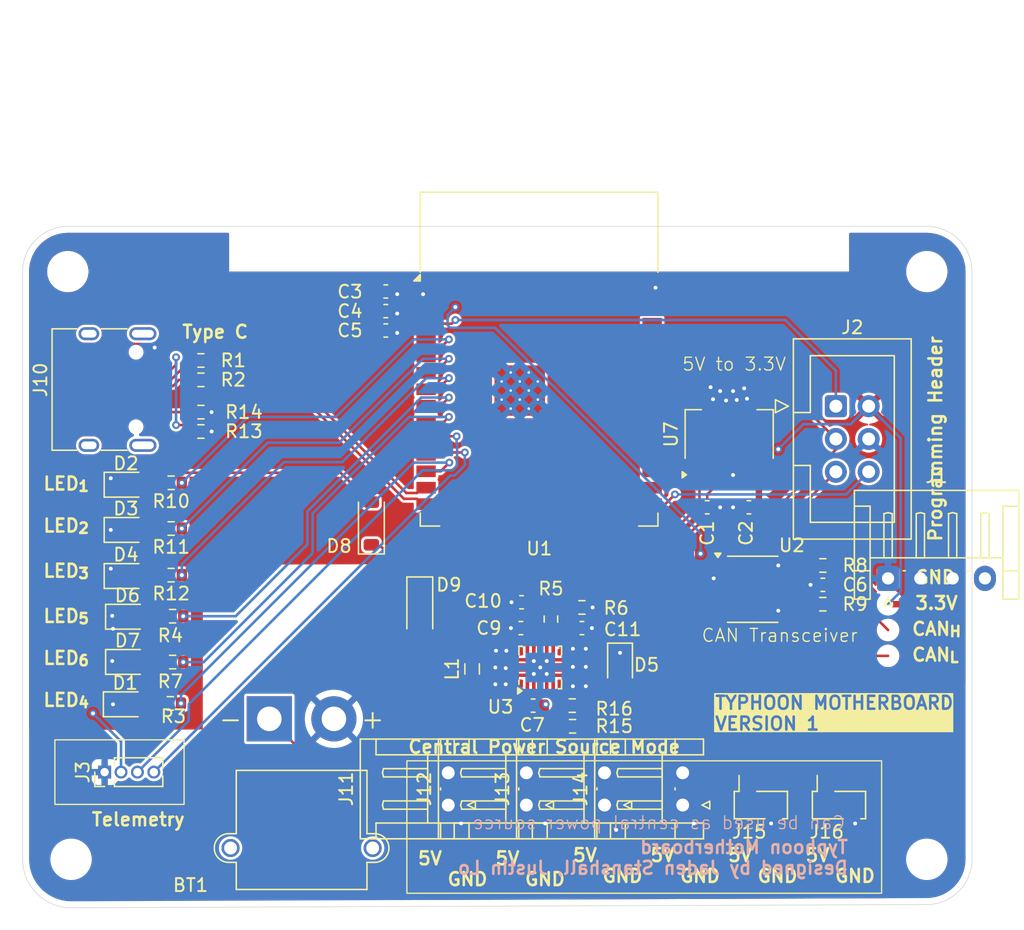
<source format=kicad_pcb>
(kicad_pcb (version 20240108) (generator "pcbnew") (generator_version "8.0")
  (layers (0 "F.Cu" signal) (31 "B.Cu" signal) (34 "B.Paste" user) (35 "F.Paste" user) (36 "B.SilkS" user "B.Silkscreen") (37 "F.SilkS" user "F.Silkscreen") (38 "B.Mask" user) (39 "F.Mask" user) (44 "Edge.Cuts" user))
  (net 0 "")
  (net 1 "GND")
  (net 2 "+5V")
  (net 3 "+3.3V")
  (net 5 "+BATT")
  (net 7 "Net-(C6-Pad1)")
  (net 12 "/IO0")
  (net 17 "Net-(D1-A)")
  (net 21 "Net-(D2-A)")
  (net 30 "/EN")
  (net 31 "Net-(D3-A)")
  (net 32 "Net-(D4-A)")
  (net 33 "Net-(D6-A)")
  (net 34 "Net-(D7-A)")
  (net 35 "VDC")
  (net 36 "/CAN_{H}")
  (net 37 "/CAN_{L}")
  (net 38 "/Prog{slash}TypeC_{TX}")
  (net 39 "/Prog{slash}TypeC_{RX}")
  (net 40 "/Mother_{TX}")
  (net 41 "/Mother_{RX}")
  (net 42 "/D-")
  (net 44 "/D+")
  (net 49 "Net-(J10-CC2)")
  (net 51 "Net-(J10-CC1)")
  (net 52 "/LED_{4}")
  (net 53 "/LED_{5}")
  (net 54 "/LED_{6}")
  (net 55 "/LED_{1}")
  (net 56 "/LED_{2}")
  (net 57 "/LED_{3}")
  (net 60 "+5VA")
  (net 61 "Net-(U3-FB)")
  (net 62 "Net-(U3-VAUX)")
  (net 63 "Net-(D5-A)")
  (net 64 "Net-(U3-L2)")
  (net 65 "Net-(U3-L1)")
  (net 66 "/CentralPowerSource/PG")
  (net 67 "unconnected-(C7-Pad2)")
  (net 69 "Net-(J10-D--PadA7)")
  (net 70 "Net-(J10-D+-PadA6)")
  (footprint "Connector_USB:USB_C_Receptacle_HRO_TYPE-C-31-M-12" (layer "F.Cu") (at 107.68 88.38 -90)
    (property "Reference" "J10")
    (property "Value" "USB_C_Receptacle_USB2.0" (hide yes))
  )
  (footprint "Resistor_SMD:R_0603_1608Metric" (layer "F.Cu") (at 144.8 105.25)
    (property "Reference" "R6")
    (property "Value" "111k" (hide yes))
  )
  (footprint "Capacitor_SMD:C_0603_1608Metric" (layer "F.Cu") (at 129.615 80.79)
    (property "Reference" "C3")
    (property "Value" "10u" (hide yes))
  )
  (footprint "MountingHole:MountingHole_2.7mm_M2.5" (layer "F.Cu") (at 105 79.25)
    (property "Reference" "H4" (hide yes))
    (property "Value" "M2.5" (hide yes))
  )
  (footprint "Resistor_SMD:R_0603_1608Metric" (layer "F.Cu") (at 113.1125 105.93 180)
    (property "Reference" "R4")
    (property "Value" "320" (hide yes))
  )
  (footprint "Capacitor_SMD:C_0603_1608Metric" (layer "F.Cu") (at 157.725 97.5)
    (property "Reference" "C2")
    (property "Value" "22u" (hide yes))
  )
  (footprint "RF_Module:ESP32-S3-WROOM-1" (layer "F.Cu") (at 141.485 86)
    (property "Reference" "U1")
    (property "Value" "ESP32-S3-WROOM-1" (hide yes))
  )
  (footprint "Diode_SMD:D_SOD-123" (layer "F.Cu") (at 128.5 98.75 90)
    (property "Reference" "D8")
    (property "Value" "D_Schottky")
  )
  (footprint "Resistor_SMD:R_0603_1608Metric" (layer "F.Cu") (at 144.075 114.45 180)
    (property "Reference" "R15")
    (property "Value" "1M" (hide yes))
  )
  (footprint "Connector_JST:JST_EH_S2B-EH_1x02_P2.50mm_Horizontal" (layer "F.Cu") (at 140.5 120.55 90)
    (property "Reference" "J12")
    (property "Value" "Conn_01x02_Pin")
  )
  (footprint "Capacitor_SMD:C_0603_1608Metric" (layer "F.Cu") (at 140.075 106.85 180)
    (property "Reference" "C9")
    (property "Value" "66uF" (hide yes))
  )
  (footprint "MountingHole:MountingHole_2.7mm_M2.5" (layer "F.Cu") (at 171.5 124.75)
    (property "Reference" "H1" (hide yes))
    (property "Value" "M2.5" (hide yes))
  )
  (footprint "Resistor_SMD:R_0603_1608Metric" (layer "F.Cu") (at 113 95.6 180)
    (property "Reference" "R10")
    (property "Value" "320" (hide yes))
  )
  (footprint "LED_SMD:LED_0805_2012Metric" (layer "F.Cu") (at 109.5 99.25)
    (property "Reference" "D3")
    (property "Value" "LED" (hide yes))
  )
  (footprint "Resistor_SMD:R_0603_1608Metric" (layer "F.Cu") (at 144.05 112.85)
    (property "Reference" "R16")
    (property "Value" "330" (hide yes))
  )
  (footprint "MountingHole:MountingHole_2.7mm_M2.5" (layer "F.Cu") (at 105.25 124.75)
    (property "Reference" "H2" (hide yes))
    (property "Value" "M2.5" (hide yes))
  )
  (footprint "Inductor_SMD:L_0805_2012Metric" (layer "F.Cu") (at 136.3 110.0125 90)
    (property "Reference" "L1")
    (property "Value" "1 uH" (hide yes))
  )
  (footprint "Package_SO:SOIC-8_3.9x4.9mm_P1.27mm" (layer "F.Cu") (at 158.025 103.845)
    (property "Reference" "U2")
    (property "Value" "SN65HVD233" (hide yes))
  )
  (footprint "Diode_SMD:D_SOD-123" (layer "F.Cu") (at 132.25 105.25 -90)
    (property "Reference" "D9")
    (property "Value" "D_Schottky")
  )
  (footprint "Capacitor_SMD:C_0603_1608Metric" (layer "F.Cu") (at 140.125 104.85 180)
    (property "Reference" "C10")
    (property "Value" "10pF" (hide yes))
  )
  (footprint "Connector_IDC:IDC-Header_2x03_P2.54mm_Vertical" (layer "F.Cu") (at 164.46 89.67)
    (property "Reference" "J2")
    (property "Value" "Conn_02x03_Odd_Even" (hide yes))
  )
  (footprint "LED_SMD:LED_0805_2012Metric" (layer "F.Cu") (at 109.5 102.82)
    (property "Reference" "D4")
    (property "Value" "LED" (hide yes))
  )
  (footprint "Connector_AMASS:AMASS_XT30PW-M_1x02_P2.50mm_Horizontal" (layer "F.Cu") (at 120.6 113.875 180)
    (property "Reference" "BT1")
    (property "Value" "XT30" (hide yes))
  )
  (footprint "Resistor_SMD:R_0603_1608Metric" (layer "F.Cu") (at 115.305 87.63 180)
    (property "Reference" "R2")
    (property "Value" "22" (hide yes))
  )
  (footprint "Package_SON:Texas_S-PWSON-N10_ThermalVias" (layer "F.Cu") (at 141.575 109.9 90)
    (property "Reference" "U3")
    (property "Value" "TPS63060" (hide yes))
  )
  (footprint "Connector_JST:JST_EH_S2B-EH_1x02_P2.50mm_Horizontal" (layer "F.Cu") (at 134.45 120.55 90)
    (property "Reference" "J11")
    (property "Value" "Conn_01x02_Pin")
  )
  (footprint "Capacitor_SMD:C_0603_1608Metric" (layer "F.Cu") (at 163.45 103.5 180)
    (property "Reference" "C6")
    (property "Value" "4.7n" (hide yes))
  )
  (footprint "Resistor_SMD:R_0603_1608Metric" (layer "F.Cu") (at 112.9375 112.68 180)
    (property "Reference" "R3")
    (property "Value" "320" (hide yes))
  )
  (footprint "Capacitor_SMD:C_0603_1608Metric" (layer "F.Cu") (at 141.025 112.85)
    (property "Reference" "C7")
    (property "Value" "20uF" (hide yes))
  )
  (footprint "Connector_PinHeader_1.27mm:PinHeader_1x04_P1.27mm_Vertical" (layer "F.Cu") (at 107.85 118 90)
    (property "Reference" "J3")
    (property "Value" "Conn_01x04_Pin" (hide yes))
  )
  (footprint "Capacitor_SMD:C_0603_1608Metric" (layer "F.Cu") (at 154.5 97.5 180)
    (property "Reference" "C1")
    (property "Value" "22u" (hide yes))
  )
  (footprint "Resistor_SMD:R_0603_1608Metric" (layer "F.Cu") (at 163.45 102)
    (property "Reference" "R8")
    (property "Value" "60" (hide yes))
  )
  (footprint "Resistor_SMD:R_0603_1608Metric" (layer "F.Cu") (at 142.4 106.15 90)
    (property "Reference" "R5")
    (property "Value" "1M" (hide yes))
  )
  (footprint "Resistor_SMD:R_0603_1608Metric" (layer "F.Cu") (at 115.305 91.63 180)
    (property "Reference" "R13")
    (property "Value" "5.1K" (hide yes))
  )
  (footprint "Connector_PinHeader_2.00mm:PinHeader_1x02_P2.00mm_Vertical_SMD_Pin1Right" (layer "F.Cu") (at 164.7 120.55 90)
    (property "Reference" "J16")
    (property "Value" "Conn_01x02_Pin" (hide yes))
  )
  (footprint "Capacitor_SMD:C_0603_1608Metric" (layer "F.Cu") (at 129.615 83.81)
    (property "Reference" "C5")
    (property "Value" "0.1u" (hide yes))
  )
  (footprint "LED_SMD:LED_0805_2012Metric" (layer "F.Cu") (at 109.5 95.75)
    (property "Reference" "D2")
    (property "Value" "LED" (hide yes))
  )
  (footprint "Resistor_SMD:R_0603_1608Metric" (layer "F.Cu") (at 115.305 86.13 180)
    (property "Reference" "R1")
    (property "Value" "22" (hide yes))
  )
  (footprint "Connector_PinHeader_2.00mm:PinHeader_1x02_P2.00mm_Vertical_SMD_Pin1Right" (layer "F.Cu") (at 158.65 120.55 90)
    (property "Reference" "J15")
    (property "Value" "Conn_01x02_Pin" (hide yes))
  )
  (footprint "LED_SMD:LED_0805_2012Metric" (layer "F.Cu") (at 109.6125 109.47)
    (property "Reference" "D7")
    (property "Value" "LED" (hide yes))
  )
  (footprint "Capacitor_SMD:C_0603_1608Metric" (layer "F.Cu") (at 129.615 82.31)
    (property "Reference" "C4")
    (property "Value" "1u" (hide yes))
  )
  (footprint "Resistor_SMD:R_0603_1608Metric" (layer "F.Cu") (at 113 102.75 180)
    (property "Reference" "R12")
    (property "Value" "320" (hide yes))
  )
  (footprint "Connector_JST:JST_EH_S2B-EH_1x02_P2.50mm_Horizontal" (layer "F.Cu") (at 152.6 120.55 90)
    (property "Reference" "J14")
    (property "Value" "Conn_01x02_Pin")
  )
  (footprint "Resistor_SMD:R_0603_1608Metric" (layer "F.Cu") (at 113.1125 109.48 180)
    (property "Reference" "R7")
    (property "Value" "320" (hide yes))
  )
  (footprint "Package_TO_SOT_SMD:SOT-223-3_TabPin2" (layer "F.Cu") (at 156.2 91.85 90)
    (property "Reference" "U7")
    (property "Value" "MCP1825S" (hide yes))
  )
  (footprint "Resistor_SMD:R_0603_1608Metric" (layer "F.Cu") (at 113 99.14 180)
    (property "Reference" "R11")
    (property "Value" "320" (hide yes))
  )
  (footprint "MountingHole:MountingHole_2.7mm_M2.5" (layer "F.Cu") (at 171.5 79.25)
    (property "Reference" "H3" (hide yes))
    (property "Value" "M2.5" (hide yes))
  )
  (footprint "Resistor_SMD:R_0603_1608Metric" (layer "F.Cu") (at 115.305 90.13 180)
    (property "Reference" "R14")
    (property "Value" "5.1K" (hide yes))
  )
  (footprint "Capacitor_SMD:C_0603_1608Metric" (layer "F.Cu") (at 144.8 106.85 180)
    (property "Reference" "C11")
    (property "Value" "0.1 uF" (hide yes))
  )
  (footprint "Resistor_SMD:R_0603_1608Metric" (layer "F.Cu") (at 163.45 105 180)
    (property "Reference" "R9")
    (property "Value" "60" (hide yes))
  )
  (footprint "LED_SMD:LED_0805_2012Metric" (layer "F.Cu") (at 147.75 109.7 -90)
    (property "Reference" "D5")
    (property "Value" "LED" (hide yes))
  )
  (footprint "Connector_JST:JST_EH_S4B-EH_1x04_P2.50mm_Horizontal" (layer "F.Cu") (at 168.5 103)
    (property "Reference" "J1")
    (property "Value" "Conn_01x04_Pin")
  )
  (footprint "LED_SMD:LED_0805_2012Metric" (layer "F.Cu") (at 109.4375 112.75)
    (property "Reference" "D1")
    (property "Value" "LED" (hide yes))
  )
  (footprint "LED_SMD:LED_0805_2012Metric" (layer "F.Cu") (at 109.6125 105.97)
    (property "Reference" "D6")
    (property "Value" "LED" (hide yes))
  )
  (footprint "Connector_JST:JST_EH_S2B-EH_1x02_P2.50mm_Horizontal" (layer "F.Cu") (at 146.55 120.55 90)
    (property "Reference" "J13")
    (property "Value" "Conn_01x02_Pin")
  )
  (gr_rect (start 131.25 117.125) (end 168 127.375) (stroke (width 0.1)) (fill none) (layer "F.SilkS"))
  (gr_rect (start 104 115.5) (end 114 120.5) (stroke (width 0.1)) (fill none) (layer "F.SilkS"))
  (gr_arc (start 101.5 79.25) (mid 102.525126 76.775126) (end 105 75.75) (stroke (width 0.05)) (layer "Edge.Cuts"))
  (gr_line (start 105.25 128.5) (end 171.5 128.25) (stroke (width 0.05)) (layer "Edge.Cuts"))
  (gr_line (start 175 79.25) (end 175 124.75) (stroke (width 0.05)) (layer "Edge.Cuts"))
  (gr_line (start 101.5 79.25) (end 101.5 124.75) (stroke (width 0.05)) (layer "Edge.Cuts"))
  (gr_arc (start 171.5 75.75) (mid 173.974874 76.775126) (end 175 79.25) (stroke (width 0.05)) (layer "Edge.Cuts"))
  (gr_line (start 105 75.75) (end 171.5 75.75) (stroke (width 0.05)) (layer "Edge.Cuts"))
  (gr_arc (start 175 124.75) (mid 173.974874 127.224874) (end 171.5 128.25) (stroke (width 0.05)) (layer "Edge.Cuts"))
  (gr_arc (start 105.25 128.5) (mid 102.59835 127.40165) (end 101.5 124.75) (stroke (width 0.05)) (layer "Edge.Cuts"))
  (gr_text "Typhoon Motherboard\nDesigned by Jaden Stanshall, Justin Lo" (at 165.5 126 0) (layer "B.SilkS") (effects (font (size 1 1) (thickness 0.2) (bold yes)) (justify left bottom mirror)))
  (gr_text "Can be used as central power source" (at 165.25 122.5 0) (layer "B.SilkS") (effects (font (size 1 1) (thickness 0.1)) (justify left bottom mirror)))
  (gr_text "5V \n   GND" (at 156 126.625 0) (layer "F.SilkS") (effects (font (size 1 1) (thickness 0.2) (bold yes)) (justify left bottom)))
  (gr_text "CAN_{H}" (at 170.25 107.5 0) (layer "F.SilkS") (effects (font (size 1 1) (thickness 0.2) (bold yes)) (justify left bottom)))
  (gr_text "LED_{3}\n" (at 103 103 0) (layer "F.SilkS") (effects (font (size 1 1) (thickness 0.2) (bold yes)) (justify left bottom)))
  (gr_text "LED_{4}\n" (at 103 113 0) (layer "F.SilkS") (effects (font (size 1 1) (thickness 0.2) (bold yes)) (justify left bottom)))
  (gr_text "5V \n   GND" (at 162 126.625 0) (layer "F.SilkS") (effects (font (size 1 1) (thickness 0.2) (bold yes)) (justify left bottom)))
  (gr_text "LED_{2}\n" (at 103 99.5 0) (layer "F.SilkS") (effects (font (size 1 1) (thickness 0.2) (bold yes)) (justify left bottom)))
  (gr_text "LED_{6}\n" (at 103 109.75 0) (layer "F.SilkS") (effects (font (size 1 1) (thickness 0.2) (bold yes)) (justify left bottom)))
  (gr_text "Type C" (at 113.75 84.5 0) (layer "F.SilkS") (effects (font (size 1 1) (thickness 0.2) (bold yes)) (justify left bottom)))
  (gr_text "Central Power Source Mode" (at 131.25 116.625 0) (layer "F.SilkS") (effects (font (size 1 1) (thickness 0.2) (bold yes)) (justify left bottom)))
  (gr_text "3.3V" (at 170.5 105.5 0) (layer "F.SilkS") (effects (font (size 1 1) (thickness 0.2) (bold yes)) (justify left bottom)))
  (gr_text "Telemetry" (at 106.75 122.25 0) (layer "F.SilkS") (effects (font (size 1 1) (thickness 0.2) (bold yes)) (justify left bottom)))
  (gr_text "CAN_{L}" (at 170.25 109.5 0) (layer "F.SilkS") (effects (font (size 1 1) (thickness 0.2) (bold yes)) (justify left bottom)))
  (gr_text "5V \n   GND" (at 138 126.875 0) (layer "F.SilkS") (effects (font (size 1 1) (thickness 0.2) (bold yes)) (justify left bottom)))
  (gr_text "LED_{5}\n" (at 103 106.5 0) (layer "F.SilkS") (effects (font (size 1 1) (thickness 0.2) (bold yes)) (justify left bottom)))
  (gr_text "5V to 3.3V" (at 152.5 87 0) (layer "F.SilkS") (effects (font (size 1 1) (thickness 0.1)) (justify left bottom)))
  (gr_text "LED_{1}\n" (at 103 96.25 0) (layer "F.SilkS") (effects (font (size 1 1) (thickness 0.2) (bold yes)) (justify left bottom)))
  (gr_text "GND" (at 170.5 103.5 0) (layer "F.SilkS") (effects (font (size 1 1) (thickness 0.2) (bold yes)) (justify left bottom)))
  (gr_text "5V \n   GND" (at 144 126.625 0) (layer "F.SilkS") (effects (font (size 1 1) (thickness 0.2) (bold yes)) (justify left bottom)))
  (gr_text "Programming Header" (at 172.75 100.25 90) (layer "F.SilkS") (effects (font (size 1 1) (thickness 0.2) (bold yes)) (justify left bottom)))
  (gr_text "5V \n   GND" (at 150 126.625 0) (layer "F.SilkS") (effects (font (size 1 1) (thickness 0.2) (bold yes)) (justify left bottom)))
  (gr_text "CAN Transceiver" (at 154 108 0) (layer "F.SilkS") (effects (font (size 1 1) (thickness 0.1)) (justify left bottom)))
  (gr_text "TYPHOON MOTHERBOARD\nVERSION 1" (at 155.0162 114.8334 0) (layer "F.SilkS" knockout) (effects (font (size 1 1) (thickness 0.2) (bold yes)) (justify left bottom)))
  (gr_text "5V \n   GND" (at 132 126.875 0) (layer "F.SilkS") (effects (font (size 1 1) (thickness 0.2) (bold yes)) (justify left bottom)))
  (segment (start 143.25 110.5) (end 144.1 111.35) (width 0.2) (layer "F.Cu") (net 1))
  (segment (start 112.5 92.405) (end 115.355 92.405) (width 0.2) (layer "F.Cu") (net 1))
  (segment (start 140.15 110.1) (end 139.05 110.1) (width 0.2) (layer "F.Cu") (net 1))
  (segment (start 142.075 111.375) (end 142.075 110.4) (width 0.2) (layer "F.Cu") (net 1))
  (segment (start 143 109.3) (end 143.25 109.3) (width 0.2) (layer "F.Cu") (net 1))
  (segment (start 144.1 108.45) (end 145.1 108.45) (width 0.2) (layer "F.Cu") (net 1))
  (segment (start 139.15 109.7) (end 138.9 109.95) (width 0.2) (layer "F.Cu") (net 1))
  (segment (start 143 109.7) (end 143.95 109.7) (width 0.2) (layer "F.Cu") (net 1))
  (segment (start 144.1 111.35) (end 145.1 111.35) (width 0.2) (layer "F.Cu") (net 1))
  (segment (start 115.355 92.405) (end 116.13 91.63) (width 0.2) (layer "F.Cu") (net 1))
  (segment (start 143 110.1) (end 143.85 110.1) (width 0.2) (layer "F.Cu") (net 1))
  (segment (start 143.25 109.3) (end 144.1 108.45) (width 0.2) (layer "F.Cu") (net 1))
  (segment (start 138.9 109.95) (end 138.15 109.95) (width 0.2) (layer "F.Cu") (net 1))
  (segment (start 139.6 110.5) (end 138.9 111.2) (width 0.2) (layer "F.Cu") (net 1))
  (segment (start 111.725 91.63) (end 112.5 92.405) (width 0.2) (layer "F.Cu") (net 1))
  (segment (start 140.15 109.7) (end 139.15 109.7) (width 0.2) (layer "F.Cu") (net 1))
  (segment (start 138.9 111.2) (end 138.1 111.2) (width 0.2) (layer "F.Cu") (net 1))
  (segment (start 144.1 109.85) (end 145.1 109.85) (width 0.2) (layer "F.Cu") (net 1))
  (segment (start 138.15 111.15) (end 138.1 111.2) (width 0.2) (layer "F.Cu") (net 1))
  (segment (start 138.15 109.95) (end 138.1 109.9) (width 0.2) (layer "F.Cu") (net 1))
  (segment (start 139.65 109.3) (end 138.95 108.6) (width 0.2) (layer "F.Cu") (net 1))
  (segment (start 140.15 109.3) (end 139.65 109.3) (width 0.2) (layer "F.Cu") (net 1))
  (segment (start 140.15 110.5) (end 139.6 110.5) (width 0.2) (layer "F.Cu") (net 1))
  (segment (start 143.95 109.7) (end 144.1 109.85) (width 0.2) (layer "F.Cu") (net 1))
  (segment (start 139.05 110.1) (end 138.9 109.95) (width 0.2) (layer "F.Cu") (net 1))
  (segment (start 138.95 108.6) (end 138.15 108.6) (width 0.2) (layer "F.Cu") (net 1))
  (segment (start 143.85 110.1) (end 144.1 109.85) (width 0.2) (layer "F.Cu") (net 1))
  (segment (start 143 110.5) (end 143.25 110.5) (width 0.2) (layer "F.Cu") (net 1))
  (segment (start 142.075 108.425) (end 142.075 109.4) (width 0.2) (layer "F.Cu") (net 1))
  (via (at 162.5 103.5) (size 0.6) (drill 0.3) (layers "F.Cu" "B.Cu") (net 1))
  (via (at 155.5 97.5) (size 0.6) (drill 0.3) (layers "F.Cu" "B.Cu") (net 1))
  (via (at 130.5 81) (size 0.6) (drill 0.3) (layers "F.Cu" "B.Cu") (net 1))
  (via (at 156.5 97.5) (size 0.6) (drill 0.3) (layers "F.Cu" "B.Cu") (net 1))
  (via (at 138.9 109.95) (size 0.6) (drill 0.3) (layers "F.Cu" "B.Cu") (net 1))
  (via (at 138.9 111.2) (size 0.6) (drill 0.3) (layers "F.Cu" "B.Cu") (net 1))
  (via (at 144.1 111.35) (size 0.6) (drill 0.3) (layers "F.Cu" "B.Cu") (net 1))
  (via (at 157.58 89.09) (size 0.6) (drill 0.3) (layers "F.Cu" "B.Cu") (net 1))
  (via (at 154.95 89.13) (size 0.6) (drill 0.3) (layers "F.Cu" "B.Cu") (net 1))
  (via (at 108.4375 109.4) (size 0.6) (drill 0.3) (layers "F.Cu" "B.Cu") (net 1))
  (via (at 147.75 108.7625) (size 0.6) (drill 0.3) (layers "F.Cu" "B.Cu") (net 1))
  (via (at 160 102) (size 0.6) (drill 0.3) (layers "F.Cu" "B.Cu") (net 1))
  (via (at 138.1 111.2) (size 0.6) (drill 0.3) (layers "F.Cu" "B.Cu") (net 1))
  (via (at 156.79 89.19) (size 0.6) (drill 0.3) (layers "F.Cu" "B.Cu") (net 1))
  (via (at 155.96 89.23) (size 0.6) (drill 0.3) (layers "F.Cu" "B.Cu") (net 1))
  (via (at 160 105.5) (size 0.6) (drill 0.3) (layers "F.Cu" "B.Cu") (net 1))
  (via (at 108.325 102.25) (size 0.6) (drill 0.3) (layers "F.Cu" "B.Cu") (net 1))
  (via (at 108.5 112.75) (size 0.6) (drill 0.3) (layers "F.Cu" "B.Cu") (net 1))
  (via (at 145.1 111.35) (size 0.6) (drill 0.3) (layers "F.Cu" "B.Cu") (net 1))
  (via (at 138.1 109.9) (size 0.6) (drill 0.3) (layers "F.Cu" "B.Cu") (net 1))
  (via (at 108.325 95.25) (size 0.6) (drill 0.3) (layers "F.Cu" "B.Cu") (net 1))
  (via (at 157.36 88.29) (size 0.6) (drill 0.3) (layers "F.Cu" "B.Cu") (net 1))
  (via (at 132.5 81) (size 0.6) (drill 0.3) (layers "F.Cu" "B.Cu") (net 1))
  (via (at 150.5 80.5) (size 0.6) (drill 0.3) (layers "F.Cu" "B.Cu") (net 1))
  (via (at 108.325 99.25) (size 0.6) (drill 0.3) (layers "F.Cu" "B.Cu") (net 1))
  (via (at 108.5 106.9) (size 0.6) (drill 0.3) (layers "F.Cu" "B.Cu") (net 1))
  (via (at 156.5 88.5) (size 0.6) (drill 0.3) (layers "F.Cu" "B.Cu") (net 1))
  (via (at 159.45 121.975) (size 0.6) (drill 0.3) (layers "F.Cu" "B.Cu") (net 1))
  (via (at 155.5 88.5) (size 0.6) (drill 0.3) (layers "F.Cu" "B.Cu") (net 1))
  (via (at 155 103) (size 0.6) (drill 0.3) (layers "F.Cu" "B.Cu") (net 1))
  (via (at 145.575 106.85) (size 0.6) (drill 0.3) (layers "F.Cu" "B.Cu") (net 1))
  (via (at 145.625 105.25) (size 0.6) (drill 0.3) (layers "F.Cu" "B.Cu") (net 1))
  (via (at 144.1 109.85) (size 0.6) (drill 0.3) (layers "F.Cu" "B.Cu") (net 1))
  (via (at 147.45 122.475) (size 0.6) (drill 0.3) (layers "F.Cu" "B.Cu") (net 1))
  (via (at 135.45 121.975) (size 0.6) (drill 0.3) (layers "F.Cu" "B.Cu") (net 1))
  (via (at 108.4375 105.9) (size 0.6) (drill 0.3) (layers "F.Cu" "B.Cu") (net 1))
  (via (at 139.3 106.85) (size 0.6) (drill 0.3) (layers "F.Cu" "B.Cu") (net 1))
  (via (at 144.1 108.45) (size 0.6) (drill 0.3) (layers "F.Cu" "B.Cu") (net 1))
  (via (at 141.95 121.975) (size 0.6) (drill 0.3) (layers "F.Cu" "B.Cu") (net 1))
  (via (at 138.15 108.6) (size 0.6) (drill 0.3) (layers "F.Cu" "B.Cu") (net 1))
  (via (at 154.76 88.2) (size 0.6) (drill 0.3) (layers "F.Cu" "B.Cu") (net 1))
  (via (at 138.95 108.6) (size 0.6) (drill 0.3) (layers "F.Cu" "B.Cu") (net 1))
  (via (at 153.45 121.975) (size 0.6) (drill 0.3) (layers "F.Cu" "B.Cu") (net 1))
  (via (at 165.95 121.975) (size 0.6) (drill 0.3) (layers "F.Cu" "B.Cu") (net 1))
  (via (at 139.35 104.85) (size 0.6) (drill 0.3) (layers "F.Cu" "B.Cu") (net 1))
  (via (at 130.5 84) (size 0.6) (drill 0.3) (layers "F.Cu" "B.Cu") (net 1))
  (via (at 130.5 82.5) (size 0.6) (drill 0.3) (layers "F.Cu" "B.Cu") (net 1))
  (via (at 145.1 108.45) (size 0.6) (drill 0.3) (layers "F.Cu" "B.Cu") (net 1))
  (via (at 116.13 90.13) (size 0.6) (drill 0.3) (layers "F.Cu" "B.Cu") (net 1))
  (via (at 116.13 91.63) (size 0.6) (drill 0.3) (layers "F.Cu" "B.Cu") (net 1))
  (via (at 145.1 109.85) (size 0.6) (drill 0.3) (layers "F.Cu" "B.Cu") (net 1))
  (via (at 111.725 85.13) (size 0.6) (drill 0.3) (layers "F.Cu" "B.Cu") (net 1))
  (via (at 156.5 95) (size 0.6) (drill 0.3) (layers "F.Cu" "B.Cu") (net 1))
  (segment (start 114.395 91.03) (end 117.369314 91.03) (width 0.2) (layer "B.Cu") (net 1))
  (segment (start 128.55 100.55) (end 129.25 100.55) (width 0.2) (layer "F.Cu") (net 2))
  (segment (start 153.9 95) (end 153.9 97.325) (width 0.2) (layer "F.Cu") (net 2))
  (segment (start 130.925 102.225) (end 149 102.225) (width 0.2) (layer "F.Cu") (net 2))
  (segment (start 129.25 100.55) (end 130.925 102.225) (width 0.2) (layer "F.Cu") (net 2))
  (segment (start 153.9 97.325) (end 153.725 97.5) (width 0.2) (layer "F.Cu") (net 2))
  (segment (start 130.925 102.225) (end 132.4 103.7) (width 0.2) (layer "F.Cu") (net 2))
  (segment (start 149 102.225) (end 153.725 97.5) (width 0.2) (layer "F.Cu") (net 2))
  (segment (start 153.787224 101.287224) (end 153.787224 103.692223) (width 0.2) (layer "F.Cu") (net 3))
  (segment (start 128.84 82.31) (end 128.84 80.79) (width 0.2) (layer "F.Cu") (net 3))
  (segment (start 134.99 82.01) (end 132.735 82.01) (width 0.2) (layer "F.Cu") (net 3))
  (segment (start 132.735 82.01) (end 131.785 82.01) (width 0.2) (layer "F.Cu") (net 3))
  (segment (start 154.575001 104.48) (end 155.55 104.48) (width 0.2) (layer "F.Cu") (net 3))
  (segment (start 158.5 97.5) (end 158.5 95) (width 0.2) (layer "F.Cu") (net 3))
  (segment (start 153.787224 101.287224) (end 153.984448 101.09) (width 0.2) (layer "F.Cu") (net 3))
  (segment (start 153.787224 103.692223) (end 154.575001 104.48) (width 0.2) (layer "F.Cu") (net 3))
  (segment (start 154.91 101.09) (end 158.5 97.5) (width 0.2) (layer "F.Cu") (net 3))
  (segment (start 131 85) (end 130.03 85) (width 0.2) (layer "F.Cu") (net 3))
  (segment (start 135 82) (end 134.99 82.01) (width 0.2) (layer "F.Cu") (net 3))
  (segment (start 160 93) (end 158.5 94.5) (width 0.2) (layer "F.Cu") (net 3))
  (segment (start 158.5 94.5) (end 158.5 95) (width 0.2) (layer "F.Cu") (net 3))
  (segment (start 131.5 82.295) (end 131.5 84.5) (width 0.2) (layer "F.Cu") (net 3))
  (segment (start 130.03 85) (end 128.84 83.81) (width 0.2) (layer "F.Cu") (net 3))
  (segment (start 131.785 82.01) (end 131.5 82.295) (width 0.2) (layer "F.Cu") (net 3))
  (segment (start 153.984448 101.09) (end 154.91 101.09) (width 0.2) (layer "F.Cu") (net 3))
  (segment (start 131.5 84.5) (end 131 85) (width 0.2) (layer "F.Cu") (net 3))
  (via (at 135 82) (size 0.6) (drill 0.3) (layers "F.Cu" "B.Cu") (net 3))
  (via (at 160 93) (size 0.6) (drill 0.3) (layers "F.Cu" "B.Cu") (net 3))
  (via (at 106.95 113.45) (size 0.6) (drill 0.3) (layers "F.Cu" "B.Cu") (net 3))
  (via (at 153.984448 101.09) (size 0.6) (drill 0.3) (layers "F.Cu" "B.Cu") (net 3))
  (segment (start 169.475 104.025) (end 168.5 105) (width 0.2) (layer "B.Cu") (net 3))
  (segment (start 109.12 115.62) (end 109.12 118) (width 0.2) (layer "B.Cu") (net 3))
  (segment (start 106.95 113.45) (end 109.12 115.62) (width 0.2) (layer "B.Cu") (net 3))
  (segment (start 169.475 92.145) (end 169.475 104.025) (width 0.2) (layer "B.Cu") (net 3))
  (segment (start 134.4 83.4) (end 134.4 82.6) (width 0.2) (layer "B.Cu") (net 3))
  (segment (start 161.94 91.06) (end 165.61 91.06) (width 0.2) (layer "B.Cu") (net 3))
  (segment (start 138.073529 83.6) (end 134.6 83.6) (width 0.2) (layer "B.Cu") (net 3))
  (segment (start 134.4 82.6) (end 135 82) (width 0.2) (layer "B.Cu") (net 3))
  (segment (start 153.984448 101.09) (end 153.984448 99.510919) (width 0.2) (layer "B.Cu") (net 3))
  (segment (start 165.61 91.06) (end 167 89.67) (width 0.2) (layer "B.Cu") (net 3))
  (segment (start 134.6 83.6) (end 134.4 83.4) (width 0.2) (layer "B.Cu") (net 3))
  (segment (start 160 93) (end 161.94 91.06) (width 0.2) (layer "B.Cu") (net 3))
  (segment (start 167 89.67) (end 169.475 92.145) (width 0.2) (layer "B.Cu") (net 3))
  (segment (start 153.984448 99.510919) (end 138.073529 83.6) (width 0.2) (layer "B.Cu") (net 3))
  (segment (start 123.475 116.75) (end 120.6 113.875) (width 0.2) (layer "F.Cu") (net 5))
  (segment (start 136.35 116.75) (end 123.475 116.75) (width 0.2) (layer "F.Cu") (net 5))
  (segment (start 141.075 112.025) (end 141.075 111.66) (width 0.2) (layer "F.Cu") (net 5))
  (segment (start 140.25 112.85) (end 141.075 112.025) (width 0.2) (layer "F.Cu") (net 5))
  (segment (start 140.25 112.85) (end 136.35 116.75) (width 0.2) (layer "F.Cu") (net 5))
  (segment (start 141.575 111.66) (end 141.075 111.66) (width 0.2) (layer "F.Cu") (net 5))
  (segment (start 164.275 102) (end 164.275 105) (width 0.2) (layer "F.Cu") (net 7))
  (segment (start 150.235 97.25) (end 151.25 97.25) (width 0.2) (layer "F.Cu") (net 12))
  (segment (start 151.25 97.25) (end 152 96.5) (width 0.2) (layer "F.Cu") (net 12))
  (via (at 152 96.5) (size 0.6) (drill 0.3) (layers "F.Cu" "B.Cu") (net 12))
  (segment (start 165.25 96.5) (end 167 94.75) (width 0.2) (layer "B.Cu") (net 12))
  (segment (start 152 96.5) (end 165.25 96.5) (width 0.2) (layer "B.Cu") (net 12))
  (segment (start 110.375 112.75) (end 112.0425 112.75) (width 0.2) (layer "F.Cu") (net 17))
  (segment (start 112.0425 112.75) (end 112.1125 112.68) (width 0.2) (layer "F.Cu") (net 17))
  (segment (start 112.025 95.75) (end 112.175 95.6) (width 0.2) (layer "F.Cu") (net 21))
  (segment (start 110.4375 95.75) (end 112.025 95.75) (width 0.2) (layer "F.Cu") (net 21))
  (segment (start 134.72 83.28) (end 135 83) (width 0.2) (layer "F.Cu") (net 30))
  (segment (start 132.735 83.28) (end 134.72 83.28) (width 0.2) (layer "F.Cu") (net 30))
  (via (at 135 83) (size 0.6) (drill 0.3) (layers "F.Cu" "B.Cu") (net 30))
  (segment (start 135 83) (end 160.54 83) (width 0.2) (layer "B.Cu") (net 30))
  (segment (start 164.46 86.92) (end 164.46 89.67) (width 0.2) (layer "B.Cu") (net 30))
  (segment (start 160.54 83) (end 164.46 86.92) (width 0.2) (layer "B.Cu") (net 30))
  (segment (start 110.4375 99.25) (end 112.065 99.25) (width 0.2) (layer "F.Cu") (net 31))
  (segment (start 112.065 99.25) (end 112.175 99.14) (width 0.2) (layer "F.Cu") (net 31))
  (segment (start 110.4375 102.82) (end 112.105 102.82) (width 0.2) (layer "F.Cu") (net 32))
  (segment (start 112.105 102.82) (end 112.175 102.75) (width 0.2) (layer "F.Cu") (net 32))
  (segment (start 112.2475 105.97) (end 112.2875 105.93) (width 0.2) (layer "F.Cu") (net 33))
  (segment (start 110.55 105.97) (end 112.2475 105.97) (width 0.2) (layer "F.Cu") (net 33))
  (segment (start 110.55 109.47) (end 112.2775 109.47) (width 0.2) (layer "F.Cu") (net 34))
  (segment (start 112.2775 109.47) (end 112.2875 109.48) (width 0.2) (layer "F.Cu") (net 34))
  (segment (start 111.125 94.825) (end 126.125 94.825) (width 0.2) (layer "F.Cu") (net 35))
  (segment (start 109.46 93.16) (end 111.125 94.825) (width 0.2) (layer "F.Cu") (net 35))
  (segment (start 110.13 86.6) (end 110.13 89.85) (width 0.2) (layer "F.Cu") (net 35))
  (segment (start 110.8 90.83) (end 111.725 90.83) (width 0.2) (layer "F.Cu") (net 35))
  (segment (start 110.13 89.85) (end 109.46 90.52) (width 0.2) (layer "F.Cu") (net 35))
  (segment (start 110.13 89.85) (end 110.13 90.16) (width 0.2) (layer "F.Cu") (net 35))
  (segment (start 126.125 94.825) (end 128.55 97.25) (width 0.2) (layer "F.Cu") (net 35))
  (segment (start 110.8 85.93) (end 110.13 86.6) (width 0.2) (layer "F.Cu") (net 35))
  (segment (start 109.46 90.52) (end 109.46 93.16) (width 0.2) (layer "F.Cu") (net 35))
  (segment (start 110.13 90.16) (end 110.8 90.83) (width 0.2) (layer "F.Cu") (net 35))
  (segment (start 111.725 85.93) (end 110.8 85.93) (width 0.2) (layer "F.Cu") (net 35))
  (segment (start 167.525 106.025) (end 168.5 107) (width 0.2) (layer "F.Cu") (net 36))
  (segment (start 161.665 102.96) (end 162.625 102) (width 0.2) (layer "F.Cu") (net 36))
  (segment (start 164.725 101.225) (end 167.525 104.025) (width 0.2) (layer "F.Cu") (net 36))
  (segment (start 162.625 102) (end 163.4 101.225) (width 0.2) (layer "F.Cu") (net 36))
  (segment (start 159.95 102.96) (end 161.665 102.96) (width 0.2) (layer "F.Cu") (net 36))
  (segment (start 167.525 104.025) (end 167.525 106.025) (width 0.2) (layer "F.Cu") (net 36))
  (segment (start 163.4 101.225) (end 164.725 101.225) (width 0.2) (layer "F.Cu") (net 36))
  (segment (start 162.625 105) (end 166.625 109) (width 0.2) (layer "F.Cu") (net 37))
  (segment (start 159.95 104.23) (end 161.855 104.23) (width 0.2) (layer "F.Cu") (net 37))
  (segment (start 166.625 109) (end 168.5 109) (width 0.2) (layer "F.Cu") (net 37))
  (segment (start 161.855 104.23) (end 162.625 105) (width 0.2) (layer "F.Cu") (net 37))
  (segment (start 164.46 93.03) (end 164.46 92.21) (width 0.2) (layer "F.Cu") (net 38))
  (segment (start 155.55 101.94) (end 164.46 93.03) (width 0.2) (layer "F.Cu") (net 38))
  (segment (start 164.46 92.21) (end 156.8 84.55) (width 0.2) (layer "F.Cu") (net 38))
  (segment (start 156.8 84.55) (end 150.235 84.55) (width 0.2) (layer "F.Cu") (net 38))
  (segment (start 155.55 105.75) (end 156.524999 105.75) (width 0.2) (layer "F.Cu") (net 39))
  (segment (start 155 94.145406) (end 155 96.001304) (width 0.2) (layer "F.Cu") (net 39))
  (segment (start 155 96.001304) (end 154.5 96.501304) (width 0.2) (layer "F.Cu") (net 39))
  (segment (start 151.185 85.82) (end 154 88.635) (width 0.2) (layer "F.Cu") (net 39))
  (segment (start 150.235 85.82) (end 151.185 85.82) (width 0.2) (layer "F.Cu") (net 39))
  (segment (start 159.225 99.985) (end 164.46 94.75) (width 0.2) (layer "F.Cu") (net 39))
  (segment (start 156.524999 105.75) (end 159.225 103.049999) (width 0.2) (layer "F.Cu") (net 39))
  (segment (start 154 93.145406) (end 155 94.145406) (width 0.2) (layer "F.Cu") (net 39))
  (segment (start 153.25 99.401471) (end 153.25 104.020685) (width 0.2) (layer "F.Cu") (net 39))
  (segment (start 154.5 98.151471) (end 153.25 99.401471) (width 0.2) (layer "F.Cu") (net 39))
  (segment (start 154 88.635) (end 154 93.145406) (width 0.2) (layer "F.Cu") (net 39))
  (segment (start 159.225 103.049999) (end 159.225 99.985) (width 0.2) (layer "F.Cu") (net 39))
  (segment (start 154.5 96.501304) (end 154.5 98.151471) (width 0.2) (layer "F.Cu") (net 39))
  (segment (start 153.25 104.020685) (end 154.979315 105.75) (width 0.2) (layer "F.Cu") (net 39))
  (segment (start 154.979315 105.75) (end 155.55 105.75) (width 0.2) (layer "F.Cu") (net 39))
  (segment (start 134.5 92) (end 134.33 92.17) (width 0.2) (layer "F.Cu") (net 40))
  (segment (start 134.33 92.17) (end 132.735 92.17) (width 0.2) (layer "F.Cu") (net 40))
  (segment (start 135.1 92) (end 134.5 92) (width 0.2) (layer "F.Cu") (net 40))
  (via (at 135.1 92) (size 0.6) (drill 0.3) (layers "F.Cu" "B.Cu") (net 40))
  (segment (start 132.463666 94.636334) (end 114.3625 112.7375) (width 0.2) (layer "B.Cu") (net 40))
  (segment (start 135.1 92) (end 135.1 92.624139) (width 0.2) (layer "B.Cu") (net 40))
  (segment (start 114.3625 114.0275) (end 110.39 118) (width 0.2) (layer "B.Cu") (net 40))
  (segment (start 135.1 92.624139) (end 135.136334 92.660473) (width 0.2) (layer "B.Cu") (net 40))
  (segment (start 134.784863 94.636334) (end 132.463666 94.636334) (width 0.2) (layer "B.Cu") (net 40))
  (segment (start 135.136334 94.284863) (end 134.784863 94.636334) (width 0.2) (layer "B.Cu") (net 40))
  (segment (start 114.3625 112.7375) (end 114.3625 114.0275) (width 0.2) (layer "B.Cu") (net 40))
  (segment (start 135.136334 92.660473) (end 135.136334 94.284863) (width 0.2) (layer "B.Cu") (net 40))
  (segment (start 135.736334 93.25) (end 132.925 93.25) (width 0.2) (layer "F.Cu") (net 41))
  (segment (start 132.925 93.25) (end 132.735 93.44) (width 0.2) (layer "F.Cu") (net 41))
  (via (at 135.736334 93.25) (size 0.6) (drill 0.3) (layers "F.Cu" "B.Cu") (net 41))
  (segment (start 111.66 118) (end 134.623666 95.036334) (width 0.2) (layer "B.Cu") (net 41))
  (segment (start 134.950549 95.036334) (end 135.736334 94.250549) (width 0.2) (layer "B.Cu") (net 41))
  (segment (start 135.736334 94.250549) (end 135.736334 93.25) (width 0.2) (layer "B.Cu") (net 41))
  (segment (start 134.623666 95.036334) (end 134.950549 95.036334) (width 0.2) (layer "B.Cu") (net 41))
  (segment (start 116.842501 86.13) (end 117.367501 86.655) (width 0.2) (layer "F.Cu") (net 42))
  (segment (start 116.13 86.13) (end 116.842501 86.13) (width 0.2) (layer "F.Cu") (net 42))
  (segment (start 117.367501 86.655) (end 121.4732 86.655) (width 0.2) (layer "F.Cu") (net 42))
  (segment (start 132.435 95.98) (end 132.735 95.98) (width 0.2) (layer "F.Cu") (net 42))
  (segment (start 131.2082 96.39) (end 132.025 96.39) (width 0.2) (layer "F.Cu") (net 42))
  (segment (start 121.4732 86.655) (end 131.2082 96.39) (width 0.2) (layer "F.Cu") (net 42))
  (segment (start 132.025 96.39) (end 132.435 95.98) (width 0.2) (layer "F.Cu") (net 42))
  (segment (start 114.48 86.13) (end 116.13 86.13) (width 0.2) (layer "F.Cu") (net 42))
  (segment (start 121.2868 87.105) (end 131.0218 96.84) (width 0.2) (layer "F.Cu") (net 44))
  (segment (start 112.75 88.25) (end 112.63 88.13) (width 0.2) (layer "F.Cu") (net 44))
  (segment (start 111.725 88.13) (end 112.63 88.13) (width 0.2) (layer "F.Cu") (net 44))
  (segment (start 116.842501 87.63) (end 117.367501 87.105) (width 0.2) (layer "F.Cu") (net 44))
  (segment (start 112.837501 88.105) (end 112.812501 88.13) (width 0.2) (layer "F.Cu") (net 44))
  (segment (start 113.616397 87.63) (end 113.141397 88.105) (width 0.2) (layer "F.Cu") (net 44))
  (segment (start 114.48 87.63) (end 113.616397 87.63) (width 0.2) (layer "F.Cu") (net 44))
  (segment (start 116.13 87.63) (end 116.842501 87.63) (width 0.2) (layer "F.Cu") (net 44))
  (segment (start 112.7 89.13) (end 112.75 89.08) (width 0.2) (layer "F.Cu") (net 44))
  (segment (start 112.75 89.08) (end 112.75 88.25) (width 0.2) (layer "F.Cu") (net 44))
  (segment (start 112.812501 88.13) (end 111.725 88.13) (width 0.2) (layer "F.Cu") (net 44))
  (segment (start 117.367501 87.105) (end 121.2868 87.105) (width 0.2) (layer "F.Cu") (net 44))
  (segment (start 132.025 96.84) (end 132.435 97.25) (width 0.2) (layer "F.Cu") (net 44))
  (segment (start 131.0218 96.84) (end 132.025 96.84) (width 0.2) (layer "F.Cu") (net 44))
  (segment (start 113.141397 88.105) (end 112.837501 88.105) (width 0.2) (layer "F.Cu") (net 44))
  (segment (start 132.435 97.25) (end 132.735 97.25) (width 0.2) (layer "F.Cu") (net 44))
  (segment (start 111.725 89.13) (end 112.7 89.13) (width 0.2) (layer "F.Cu") (net 44))
  (segment (start 114.48 87.63) (end 116.13 87.63) (width 0.2) (layer "F.Cu") (net 44))
  (segment (start 114.48 90.13) (end 111.725 90.13) (width 0.2) (layer "F.Cu") (net 49))
  (segment (start 111.725 87.13) (end 112.7 87.13) (width 0.2) (layer "F.Cu") (net 51))
  (segment (start 113.38 91.13) (end 113.98 91.13) (width 0.2) (layer "F.Cu") (net 51))
  (segment (start 112.7 87.13) (end 113.38 86.45) (width 0.2) (layer "F.Cu") (net 51))
  (segment (start 113.98 91.13) (end 114.48 91.63) (width 0.2) (layer "F.Cu") (net 51))
  (segment (start 113.38 86.45) (end 113.38 85.88) (width 0.2) (layer "F.Cu") (net 51))
  (via (at 113.38 85.88) (size 0.6) (drill 0.3) (layers "F.Cu" "B.Cu") (net 51))
  (via (at 113.38 91.13) (size 0.6) (drill 0.3) (layers "F.Cu" "B.Cu") (net 51))
  (segment (start 113.38 85.88) (end 113.38 91.13) (width 0.2) (layer "B.Cu") (net 51))
  (segment (start 132.735 94.71) (end 133.862668 94.71) (width 0.2) (layer "F.Cu") (net 52))
  (segment (start 133.862668 94.71) (end 134.536334 94.036334) (width 0.2) (layer "F.Cu") (net 52))
  (via (at 113.7625 112.68) (size 0.6) (drill 0.3) (layers "F.Cu" "B.Cu") (net 52))
  (via (at 134.536334 94.036334) (size 0.6) (drill 0.3) (layers "F.Cu" "B.Cu") (net 52))
  (segment (start 131.763666 94.036334) (end 134.536334 94.036334) (width 0.2) (layer "B.Cu") (net 52))
  (segment (start 113.7625 112.68) (end 113.7625 112.0375) (width 0.2) (layer "B.Cu") (net 52))
  (segment (start 113.7625 112.0375) (end 131.763666 94.036334) (width 0.2) (layer "B.Cu") (net 52))
  (segment (start 133.87 89.63) (end 134.5 89) (width 0.2) (layer "F.Cu") (net 53))
  (segment (start 132.735 89.63) (end 133.87 89.63) (width 0.2) (layer "F.Cu") (net 53))
  (via (at 134.5 89) (size 0.6) (drill 0.3) (layers "F.Cu" "B.Cu") (net 53))
  (via (at 113.9375 105.93) (size 0.6) (drill 0.3) (layers "F.Cu" "B.Cu") (net 53))
  (segment (start 132.360176 89) (end 134.5 89) (width 0.2) (layer "B.Cu") (net 53))
  (segment (start 123.55 97.810176) (end 132.360176 89) (width 0.2) (layer "B.Cu") (net 53))
  (segment (start 117.995 105.93) (end 123.55 100.375) (width 0.2) (layer "B.Cu") (net 53))
  (segment (start 113.9375 105.93) (end 117.995 105.93) (width 0.2) (layer "B.Cu") (net 53))
  (segment (start 123.55 100.375) (end 123.55 97.810176) (width 0.2) (layer "B.Cu") (net 53))
  (segment (start 134.1 90.9) (end 134.5 90.5) (width 0.2) (layer "F.Cu") (net 54))
  (segment (start 132.735 90.9) (end 134.1 90.9) (width 0.2) (layer "F.Cu") (net 54))
  (via (at 113.9375 109.48) (size 0.6) (drill 0.3) (layers "F.Cu" "B.Cu") (net 54))
  (via (at 134.5 90.5) (size 0.6) (drill 0.3) (layers "F.Cu" "B.Cu") (net 54))
  (segment (start 131.425862 90.5) (end 134.5 90.5) (width 0.2) (layer "B.Cu") (net 54))
  (segment (start 115.52 109.48) (end 123.95 101.05) (width 0.2) (layer "B.Cu") (net 54))
  (segment (start 123.95 97.975862) (end 131.425862 90.5) (width 0.2) (layer "B.Cu") (net 54))
  (segment (start 123.95 101.05) (end 123.95 97.975862) (width 0.2) (layer "B.Cu") (net 54))
  (segment (start 113.9375 109.48) (end 115.52 109.48) (width 0.2) (layer "B.Cu") (net 54))
  (segment (start 132.735 85.82) (end 133.18 85.82) (width 0.2) (layer "F.Cu") (net 55))
  (segment (start 133.18 85.82) (end 134.5 84.5) (width 0.2) (layer "F.Cu") (net 55))
  (via (at 134.5 84.5) (size 0.6) (drill 0.3) (layers "F.Cu" "B.Cu") (net 55))
  (via (at 113.825 95.6) (size 0.6) (drill 0.3) (layers "F.Cu" "B.Cu") (net 55))
  (segment (start 131.75 84.5) (end 134.5 84.5) (width 0.2) (layer "B.Cu") (net 55))
  (segment (start 125.75 90.5) (end 131.75 84.5) (width 0.2) (layer "B.Cu") (net 55))
  (segment (start 113.825 95.6) (end 118.925 90.5) (width 0.2) (layer "B.Cu") (net 55))
  (segment (start 118.925 90.5) (end 125.75 90.5) (width 0.2) (layer "B.Cu") (net 55))
  (segment (start 133.41 87.09) (end 134.5 86) (width 0.2) (layer "F.Cu") (net 56))
  (segment (start 132.735 87.09) (end 133.41 87.09) (width 0.2) (layer "F.Cu") (net 56))
  (via (at 113.825 99.14) (size 0.6) (drill 0.3) (layers "F.Cu" "B.Cu") (net 56))
  (via (at 134.5 86) (size 0.6) (drill 0.3) (layers "F.Cu" "B.Cu") (net 56))
  (segment (start 126 92.5) (end 132.5 86) (width 0.2) (layer "B.Cu") (net 56))
  (segment (start 113.825 99.14) (end 120.465 92.5) (width 0.2) (layer "B.Cu") (net 56))
  (segment (start 120.465 92.5) (end 126 92.5) (width 0.2) (layer "B.Cu") (net 56))
  (segment (start 132.5 86) (end 134.5 86) (width 0.2) (layer "B.Cu") (net 56))
  (segment (start 133.64 88.36) (end 134.5 87.5) (width 0.2) (layer "F.Cu") (net 57))
  (segment (start 132.735 88.36) (end 133.64 88.36) (width 0.2) (layer "F.Cu") (net 57))
  (via (at 113.825 102.75) (size 0.6) (drill 0.3) (layers "F.Cu" "B.Cu") (net 57))
  (via (at 134.5 87.5) (size 0.6) (drill 0.3) (layers "F.Cu" "B.Cu") (net 57))
  (segment (start 126.25 94) (end 132.75 87.5) (width 0.2) (layer "B.Cu") (net 57))
  (segment (start 113.825 101.9) (end 121.725 94) (width 0.2) (layer "B.Cu") (net 57))
  (segment (start 121.725 94) (end 126.25 94) (width 0.2) (layer "B.Cu") (net 57))
  (segment (start 113.825 102.75) (end 113.825 101.9) (width 0.2) (layer "B.Cu") (net 57))
  (segment (start 132.75 87.5) (end 134.5 87.5) (width 0.2) (layer "B.Cu") (net 57))
  (segment (start 140.85 106.85) (end 141.075 107.075) (width 0.2) (layer "F.Cu") (net 60))
  (segment (start 142.275 106.85) (end 142.4 106.975) (width 0.2) (layer "F.Cu") (net 60))
  (segment (start 141.075 107.075) (end 141.075 108.14) (width 0.2) (layer "F.Cu") (net 60))
  (segment (start 140.85 106.85) (end 142.275 106.85) (width 0.2) (layer "F.Cu") (net 60))
  (segment (start 143.175 106.1) (end 142.4 105.325) (width 0.2) (layer "F.Cu") (net 61))
  (segment (start 142.887648 107.675) (end 143.175 107.387648) (width 0.2) (layer "F.Cu") (net 61))
  (segment (start 141.575 107.76) (end 141.66 107.675) (width 0.2) (layer "F.Cu") (net 61))
  (segment (start 143.175 107.387648) (end 143.175 106.1) (width 0.2) (layer "F.Cu") (net 61))
  (segment (start 140.9 104.85) (end 141.4 105.35) (width 0.2) (layer "F.Cu") (net 61))
  (segment (start 141.575 108.14) (end 141.575 107.76) (width 0.2) (layer "F.Cu") (net 61))
  (segment (start 141.4 105.35) (end 143.875 105.35) (width 0.2) (layer "F.Cu") (net 61))
  (segment (start 143.875 105.35) (end 143.975 105.25) (width 0.2) (layer "F.Cu") (net 61))
  (segment (start 141.66 107.675) (end 142.887648 107.675) (width 0.2) (layer "F.Cu") (net 61))
  (segment (start 144.025 107.103334) (end 144.025 106.85) (width 0.2) (layer "F.Cu") (net 62))
  (segment (start 142.988334 108.14) (end 144.025 107.103334) (width 0.2) (layer "F.Cu") (net 62))
  (segment (start 142.575 108.14) (end 142.988334 108.14) (width 0.2) (layer "F.Cu") (net 62))
  (segment (start 145.5375 112.85) (end 147.75 110.6375) (width 0.2) (layer "F.Cu") (net 63))
  (segment (start 144.875 112.85) (end 145.5375 112.85) (width 0.2) (layer "F.Cu") (net 63))
  (segment (start 136.3 108.95) (end 137.25 108) (width 0.2) (layer "F.Cu") (net 64))
  (segment (start 140.435 108) (end 140.575 108.14) (width 0.2) (layer "F.Cu") (net 64))
  (segment (start 137.25 108) (end 140.435 108) (width 0.2) (layer "F.Cu") (net 64))
  (segment (start 136.3 111.075) (end 137.025 111.8) (width 0.2) (layer "F.Cu") (net 65))
  (segment (start 137.025 111.8) (end 140.435 111.8) (width 0.2) (layer "F.Cu") (net 65))
  (segment (start 140.435 111.8) (end 140.575 111.66) (width 0.2) (layer "F.Cu") (net 65))
  (segment (start 142.575 111.66) (end 142.575 112.2) (width 0.2) (layer "F.Cu") (net 66))
  (segment (start 143.225 112.85) (end 143.225 114.425) (width 0.2) (layer "F.Cu") (net 66))
  (segment (start 143.225 114.425) (end 143.25 114.45) (width 0.2) (layer "F.Cu") (net 66))
  (segment (start 142.575 112.2) (end 143.225 112.85) (width 0.2) (layer "F.Cu") (net 66))
  (via (at 142 112.75) (size 0.6) (drill 0.3) (layers "F.Cu" "B.Cu") (net 67))
  (segment (start 111.725 87.63) (end 110.75 87.63) (width 0.2) (layer "F.Cu") (net 69))
  (segment (start 110.75 87.63) (end 110.7 87.68) (width 0.2) (layer "F.Cu") (net 69))
  (segment (start 110.7 87.68) (end 110.7 88.58) (width 0.2) (layer "F.Cu") (net 69))
  (segment (start 110.7 88.58) (end 110.75 88.63) (width 0.2) (layer "F.Cu") (net 69))
  (segment (start 112.98 87.63) (end 114.197158 86.412842) (width 0.2) (layer "F.Cu") (net 69))
  (segment (start 110.75 88.63) (end 111.725 88.63) (width 0.2) (layer "F.Cu") (net 69))
  (segment (start 111.725 87.63) (end 112.98 87.63) (width 0.2) (layer "F.Cu") (net 69))
  (zone (net 60) (net_name "+5VA") (layer "F.Cu") (priority 4) (connect_pads (clearance 0.15)) (min_thickness 0.25) (fill yes (thermal_gap 0.5) (thermal_bridge_width 0.5) (island_removal_mode 1) (island_area_min 10))
    (polygon (pts (xy 130.65 130.1) (xy 130.7 102.55) (xy 150.75 102.55) (xy 155.85 115.8) (xy 168.4 115.8) (xy 168.4 130.2)))
  )
  (zone (net 3) (net_name "+3.3V") (layer "F.Cu") (connect_pads (clearance 0.15)) (min_thickness 0.15) (fill yes (thermal_gap 0.5) (thermal_bridge_width 0.5))
    (polygon (pts (xy 99.75 74.75) (xy 99.75 114.75) (xy 115.45 114.7) (xy 115.45 101.95) (xy 130.85 101.9) (xy 133.7 102) (xy 151.45 102) (xy 154.9 111.2) (xy 175.5 111.25) (xy 175.5 75.25) (xy 117.485 74.75) (xy 114 74.75)))
  )
  (zone (net 1) (net_name "GND") (layer "B.Cu") (priority 2) (connect_pads (clearance 0.15)) (min_thickness 0.25) (fill yes (thermal_gap 0.5) (thermal_bridge_width 0.5))
    (polygon (pts (xy 99.75 74.75) (xy 175.5 75.25) (xy 175.5 130.25) (xy 99.75 130)))
  )
)
</source>
